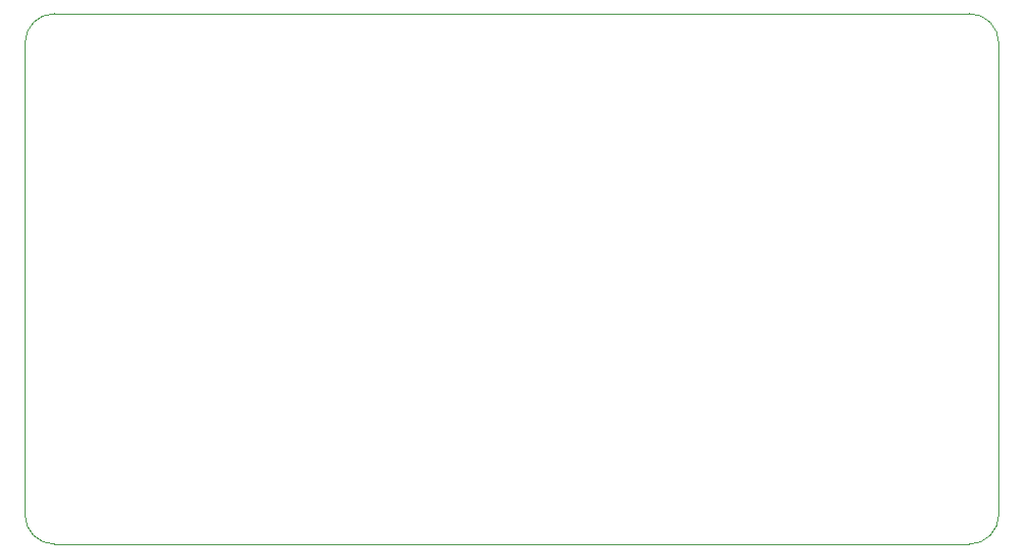
<source format=gbr>
%TF.GenerationSoftware,KiCad,Pcbnew,8.0.3*%
%TF.CreationDate,2024-06-30T11:32:45+09:00*%
%TF.ProjectId,gamepad_attiny85,67616d65-7061-4645-9f61-7474696e7938,rev?*%
%TF.SameCoordinates,Original*%
%TF.FileFunction,Profile,NP*%
%FSLAX46Y46*%
G04 Gerber Fmt 4.6, Leading zero omitted, Abs format (unit mm)*
G04 Created by KiCad (PCBNEW 8.0.3) date 2024-06-30 11:32:45*
%MOMM*%
%LPD*%
G01*
G04 APERTURE LIST*
%TA.AperFunction,Profile*%
%ADD10C,0.100000*%
%TD*%
G04 APERTURE END LIST*
D10*
X106680000Y-20320000D02*
X106680000Y-60960000D01*
X25400000Y-17780000D02*
X104140000Y-17780000D01*
X22860000Y-60960000D02*
X22860000Y-20320000D01*
X104140000Y-63500000D02*
X25400000Y-63500000D01*
X106680000Y-60960000D02*
G75*
G02*
X104140000Y-63500000I-2540000J0D01*
G01*
X104140000Y-17780000D02*
G75*
G02*
X106680000Y-20320000I0J-2540000D01*
G01*
X22860000Y-20320000D02*
G75*
G02*
X25400000Y-17780000I2540000J0D01*
G01*
X25400000Y-63500000D02*
G75*
G02*
X22860000Y-60960000I0J2540000D01*
G01*
M02*

</source>
